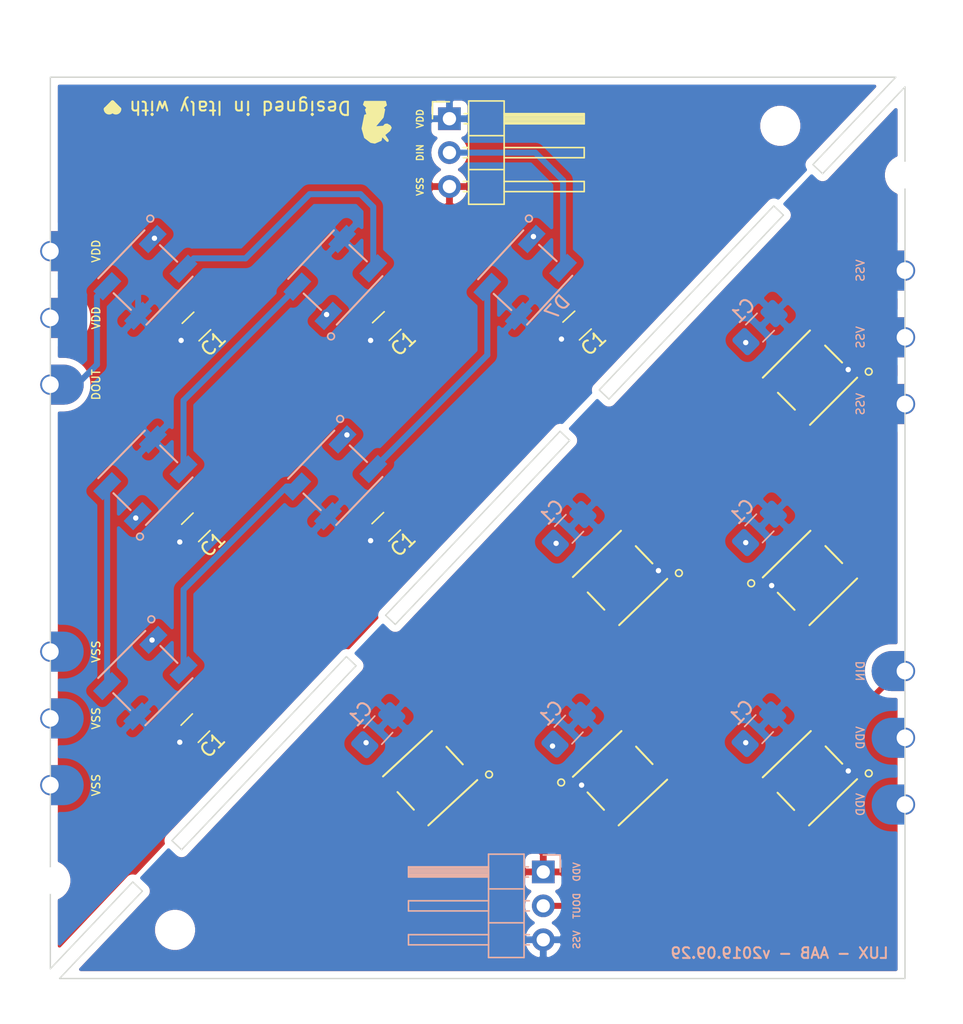
<source format=kicad_pcb>
(kicad_pcb (version 20171130) (host pcbnew 5.1.4-e60b266~84~ubuntu18.04.1)
  (layers (0 F.Cu signal) (31 B.Cu signal) (34 B.Paste user) (35 F.Paste user) (36 B.SilkS user) (37 F.SilkS user) (38 B.Mask user) (39 F.Mask user) (44 Edge.Cuts user))
  (net 0 "")
  (net 1 VDD)
  (net 2 VSS)
  (net 3 "Net-(D1-Pad4)")
  (net 4 DIN)
  (net 5 DOUT)
  (net 6 "Net-(D2-Pad4)")
  (net 7 "Net-(D3-Pad4)")
  (net 8 "Net-(D4-Pad4)")
  (net 9 "Net-(D5-Pad4)")
  (net 10 "Net-(D7-Pad4)")
  (net 11 DIN2)
  (net 12 "Net-(D8-Pad4)")
  (net 13 "Net-(D10-Pad2)")
  (net 14 "Net-(D10-Pad4)")
  (net 15 "Net-(D11-Pad4)")
  (net 16 DOUT2)
  (module Connector_PinHeader_2.54mm:PinHeader_1x03_P2.54mm_Horizontal (layer F.Cu) (at 79.905835 85.593468)
    (fp_text reference REF** hide)
    (fp_text value PinHeader_1x03_P2.54mm_Horizontal)
    (fp_line (start -1.27 -1.27) (end 0 -1.27) (layer F.SilkS) (width 0.12))
    (fp_line (start -1.27 0) (end -1.27 -1.27) (layer F.SilkS) (width 0.12))
    (fp_line (start 1.042929 5.46) (end 1.44 5.46) (layer F.SilkS) (width 0.12))
    (fp_line (start 1.042929 4.7) (end 1.44 4.7) (layer F.SilkS) (width 0.12))
    (fp_line (start 10.1 5.46) (end 4.1 5.46) (layer F.SilkS) (width 0.12))
    (fp_line (start 10.1 4.7) (end 10.1 5.46) (layer F.SilkS) (width 0.12))
    (fp_line (start 4.1 4.7) (end 10.1 4.7) (layer F.SilkS) (width 0.12))
    (fp_line (start 1.44 3.81) (end 4.1 3.81) (layer F.SilkS) (width 0.12))
    (fp_line (start 1.042929 2.92) (end 1.44 2.92) (layer F.SilkS) (width 0.12))
    (fp_line (start 1.042929 2.16) (end 1.44 2.16) (layer F.SilkS) (width 0.12))
    (fp_line (start 10.1 2.92) (end 4.1 2.92) (layer F.SilkS) (width 0.12))
    (fp_line (start 10.1 2.16) (end 10.1 2.92) (layer F.SilkS) (width 0.12))
    (fp_line (start 4.1 2.16) (end 10.1 2.16) (layer F.SilkS) (width 0.12))
    (fp_line (start 1.44 1.27) (end 4.1 1.27) (layer F.SilkS) (width 0.12))
    (fp_line (start 1.11 0.38) (end 1.44 0.38) (layer F.SilkS) (width 0.12))
    (fp_line (start 1.11 -0.38) (end 1.44 -0.38) (layer F.SilkS) (width 0.12))
    (fp_line (start 4.1 0.28) (end 10.1 0.28) (layer F.SilkS) (width 0.12))
    (fp_line (start 4.1 0.16) (end 10.1 0.16) (layer F.SilkS) (width 0.12))
    (fp_line (start 4.1 0.04) (end 10.1 0.04) (layer F.SilkS) (width 0.12))
    (fp_line (start 4.1 -0.08) (end 10.1 -0.08) (layer F.SilkS) (width 0.12))
    (fp_line (start 4.1 -0.2) (end 10.1 -0.2) (layer F.SilkS) (width 0.12))
    (fp_line (start 4.1 -0.32) (end 10.1 -0.32) (layer F.SilkS) (width 0.12))
    (fp_line (start 10.1 0.38) (end 4.1 0.38) (layer F.SilkS) (width 0.12))
    (fp_line (start 10.1 -0.38) (end 10.1 0.38) (layer F.SilkS) (width 0.12))
    (fp_line (start 4.1 -0.38) (end 10.1 -0.38) (layer F.SilkS) (width 0.12))
    (fp_line (start 4.1 -1.33) (end 1.44 -1.33) (layer F.SilkS) (width 0.12))
    (fp_line (start 4.1 6.41) (end 4.1 -1.33) (layer F.SilkS) (width 0.12))
    (fp_line (start 1.44 6.41) (end 4.1 6.41) (layer F.SilkS) (width 0.12))
    (fp_line (start 1.44 -1.33) (end 1.44 6.41) (layer F.SilkS) (width 0.12))
    (pad 3 thru_hole oval (at 0 5.08) (size 1.7 1.7) (drill 1) (layers *.Cu *.Mask) (net 2 VSS))
    (pad 2 thru_hole oval (at 0 2.54) (size 1.7 1.7) (drill 1) (layers *.Cu *.Mask) (net 11 DIN2))
    (pad 1 thru_hole rect (at 0 0) (size 1.7 1.7) (drill 1) (layers *.Cu *.Mask) (net 1 VDD))
  )
  (module Connector_PinHeader_2.54mm:PinHeader_1x03_P2.54mm_Horizontal (layer B.Cu) (at 86.937064 142.016532 180)
    (fp_text reference REF** hide)
    (fp_text value PinHeader_1x03_P2.54mm_Horizontal hide)
    (fp_line (start -1.27 1.27) (end 0 1.27) (layer B.SilkS) (width 0.12))
    (fp_line (start -1.27 0) (end -1.27 1.27) (layer B.SilkS) (width 0.12))
    (fp_line (start 1.042929 -5.46) (end 1.44 -5.46) (layer B.SilkS) (width 0.12))
    (fp_line (start 1.042929 -4.7) (end 1.44 -4.7) (layer B.SilkS) (width 0.12))
    (fp_line (start 10.1 -5.46) (end 4.1 -5.46) (layer B.SilkS) (width 0.12))
    (fp_line (start 10.1 -4.7) (end 10.1 -5.46) (layer B.SilkS) (width 0.12))
    (fp_line (start 4.1 -4.7) (end 10.1 -4.7) (layer B.SilkS) (width 0.12))
    (fp_line (start 1.44 -3.81) (end 4.1 -3.81) (layer B.SilkS) (width 0.12))
    (fp_line (start 1.042929 -2.92) (end 1.44 -2.92) (layer B.SilkS) (width 0.12))
    (fp_line (start 1.042929 -2.16) (end 1.44 -2.16) (layer B.SilkS) (width 0.12))
    (fp_line (start 10.1 -2.92) (end 4.1 -2.92) (layer B.SilkS) (width 0.12))
    (fp_line (start 10.1 -2.16) (end 10.1 -2.92) (layer B.SilkS) (width 0.12))
    (fp_line (start 4.1 -2.16) (end 10.1 -2.16) (layer B.SilkS) (width 0.12))
    (fp_line (start 1.44 -1.27) (end 4.1 -1.27) (layer B.SilkS) (width 0.12))
    (fp_line (start 1.11 -0.38) (end 1.44 -0.38) (layer B.SilkS) (width 0.12))
    (fp_line (start 1.11 0.38) (end 1.44 0.38) (layer B.SilkS) (width 0.12))
    (fp_line (start 4.1 -0.28) (end 10.1 -0.28) (layer B.SilkS) (width 0.12))
    (fp_line (start 4.1 -0.16) (end 10.1 -0.16) (layer B.SilkS) (width 0.12))
    (fp_line (start 4.1 -0.04) (end 10.1 -0.04) (layer B.SilkS) (width 0.12))
    (fp_line (start 4.1 0.08) (end 10.1 0.08) (layer B.SilkS) (width 0.12))
    (fp_line (start 4.1 0.2) (end 10.1 0.2) (layer B.SilkS) (width 0.12))
    (fp_line (start 4.1 0.32) (end 10.1 0.32) (layer B.SilkS) (width 0.12))
    (fp_line (start 10.1 -0.38) (end 4.1 -0.38) (layer B.SilkS) (width 0.12))
    (fp_line (start 10.1 0.38) (end 10.1 -0.38) (layer B.SilkS) (width 0.12))
    (fp_line (start 4.1 0.38) (end 10.1 0.38) (layer B.SilkS) (width 0.12))
    (fp_line (start 4.1 1.33) (end 1.44 1.33) (layer B.SilkS) (width 0.12))
    (fp_line (start 4.1 -6.41) (end 4.1 1.33) (layer B.SilkS) (width 0.12))
    (fp_line (start 1.44 -6.41) (end 4.1 -6.41) (layer B.SilkS) (width 0.12))
    (fp_line (start 1.44 1.33) (end 1.44 -6.41) (layer B.SilkS) (width 0.12))
    (pad 3 thru_hole oval (at 0 -5.08 180) (size 1.7 1.7) (drill 1) (layers *.Cu *.Mask) (net 2 VSS))
    (pad 2 thru_hole oval (at 0 -2.54 180) (size 1.7 1.7) (drill 1) (layers *.Cu *.Mask) (net 5 DOUT))
    (pad 1 thru_hole rect (at 0 0 180) (size 1.7 1.7) (drill 1) (layers *.Cu *.Mask) (net 1 VDD))
  )
  (module "Dex Github - leds:SK6812_BIG_PAD" (layer F.Cu) (at 106.918458 134.996051 223.9)
    (fp_text reference D1 hide)
    (fp_text value SK6812)
    (fp_circle (center -3.429 -2.794) (end -3.175 -2.794) (layer F.SilkS) (width 0.12))
    (fp_line (start -2.5 -0.9) (end -2.5 0.9) (layer F.SilkS) (width 0.15))
    (fp_line (start 2.5 0.9) (end 2.5 -0.9) (layer F.SilkS) (width 0.15))
    (fp_line (start -2.5 -2.5) (end 2.5 -2.5) (layer F.SilkS) (width 0.15))
    (fp_line (start -2.5 2.5) (end 2.5 2.5) (layer F.SilkS) (width 0.15))
    (pad 3 smd rect (at 2.45 1.6 223.9) (size 2 1) (layers F.Cu F.Paste F.Mask) (net 1 VDD))
    (pad 2 smd rect (at -2.45 1.6 223.9) (size 2 1) (layers F.Cu F.Paste F.Mask) (net 4 DIN))
    (pad 4 smd rect (at 2.45 -1.6 223.9) (size 2 1) (layers F.Cu F.Paste F.Mask) (net 3 "Net-(D1-Pad4)"))
    (pad 1 smd rect (at -2.45 -1.6 223.9) (size 2 1) (layers F.Cu F.Paste F.Mask) (net 2 VSS))
  )
  (module "Dex Github - leds:SK6812_BIG_PAD" (layer F.Cu) (at 92.689569 134.996051 43.3)
    (fp_text reference D2 hide)
    (fp_text value SK6812)
    (fp_circle (center -3.429 -2.794) (end -3.175 -2.794) (layer F.SilkS) (width 0.12))
    (fp_line (start -2.5 -0.9) (end -2.5 0.9) (layer F.SilkS) (width 0.15))
    (fp_line (start 2.5 0.9) (end 2.5 -0.9) (layer F.SilkS) (width 0.15))
    (fp_line (start -2.5 -2.5) (end 2.5 -2.5) (layer F.SilkS) (width 0.15))
    (fp_line (start -2.5 2.5) (end 2.5 2.5) (layer F.SilkS) (width 0.15))
    (pad 3 smd rect (at 2.45 1.6 43.3) (size 2 1) (layers F.Cu F.Paste F.Mask) (net 1 VDD))
    (pad 2 smd rect (at -2.45 1.6 43.3) (size 2 1) (layers F.Cu F.Paste F.Mask) (net 3 "Net-(D1-Pad4)"))
    (pad 4 smd rect (at 2.45 -1.6 43.3) (size 2 1) (layers F.Cu F.Paste F.Mask) (net 6 "Net-(D2-Pad4)"))
    (pad 1 smd rect (at -2.45 -1.6 43.3) (size 2 1) (layers F.Cu F.Paste F.Mask) (net 2 VSS))
  )
  (module "Dex Github - leds:SK6812_BIG_PAD" (layer F.Cu) (at 78.460681 134.996051 222.8)
    (fp_text reference D6 hide)
    (fp_text value SK6812)
    (fp_circle (center -3.429 -2.794) (end -3.175 -2.794) (layer F.SilkS) (width 0.12))
    (fp_line (start -2.5 -0.9) (end -2.5 0.9) (layer F.SilkS) (width 0.15))
    (fp_line (start 2.5 0.9) (end 2.5 -0.9) (layer F.SilkS) (width 0.15))
    (fp_line (start -2.5 -2.5) (end 2.5 -2.5) (layer F.SilkS) (width 0.15))
    (fp_line (start -2.5 2.5) (end 2.5 2.5) (layer F.SilkS) (width 0.15))
    (pad 3 smd rect (at 2.45 1.6 222.8) (size 2 1) (layers F.Cu F.Paste F.Mask) (net 1 VDD))
    (pad 2 smd rect (at -2.45 1.6 222.8) (size 2 1) (layers F.Cu F.Paste F.Mask) (net 9 "Net-(D5-Pad4)"))
    (pad 4 smd rect (at 2.45 -1.6 222.8) (size 2 1) (layers F.Cu F.Paste F.Mask) (net 5 DOUT))
    (pad 1 smd rect (at -2.45 -1.6 222.8) (size 2 1) (layers F.Cu F.Paste F.Mask) (net 2 VSS))
  )
  (module "Dex Github - leds:SK6812_BIG_PAD" (layer B.Cu) (at 57.121702 112.490127 45.6)
    (fp_text reference D10 hide)
    (fp_text value SK6812)
    (fp_circle (center -3.429 2.794) (end -3.175 2.794) (layer B.SilkS) (width 0.12))
    (fp_line (start -2.5 0.9) (end -2.5 -0.9) (layer B.SilkS) (width 0.15))
    (fp_line (start 2.5 -0.9) (end 2.5 0.9) (layer B.SilkS) (width 0.15))
    (fp_line (start -2.5 2.5) (end 2.5 2.5) (layer B.SilkS) (width 0.15))
    (fp_line (start -2.5 -2.5) (end 2.5 -2.5) (layer B.SilkS) (width 0.15))
    (pad 3 smd rect (at 2.45 -1.6 45.6) (size 2 1) (layers B.Cu B.Paste B.Mask) (net 1 VDD))
    (pad 2 smd rect (at -2.45 -1.6 45.6) (size 2 1) (layers B.Cu B.Paste B.Mask) (net 13 "Net-(D10-Pad2)"))
    (pad 4 smd rect (at 2.45 1.6 45.6) (size 2 1) (layers B.Cu B.Paste B.Mask) (net 14 "Net-(D10-Pad4)"))
    (pad 1 smd rect (at -2.45 1.6 45.6) (size 2 1) (layers B.Cu B.Paste B.Mask) (net 2 VSS))
  )
  (module "Dex Github - leds:SK6812_BIG_PAD" (layer B.Cu) (at 71.353494 97.486178 46.7)
    (fp_text reference D11 hide)
    (fp_text value SK6812)
    (fp_circle (center -3.429 2.794) (end -3.175 2.794) (layer B.SilkS) (width 0.12))
    (fp_line (start -2.5 0.9) (end -2.5 -0.9) (layer B.SilkS) (width 0.15))
    (fp_line (start 2.5 -0.9) (end 2.5 0.9) (layer B.SilkS) (width 0.15))
    (fp_line (start -2.5 2.5) (end 2.5 2.5) (layer B.SilkS) (width 0.15))
    (fp_line (start -2.5 -2.5) (end 2.5 -2.5) (layer B.SilkS) (width 0.15))
    (pad 3 smd rect (at 2.45 -1.6 46.7) (size 2 1) (layers B.Cu B.Paste B.Mask) (net 1 VDD))
    (pad 2 smd rect (at -2.45 -1.6 46.7) (size 2 1) (layers B.Cu B.Paste B.Mask) (net 14 "Net-(D10-Pad4)"))
    (pad 4 smd rect (at 2.45 1.6 46.7) (size 2 1) (layers B.Cu B.Paste B.Mask) (net 15 "Net-(D11-Pad4)"))
    (pad 1 smd rect (at -2.45 1.6 46.7) (size 2 1) (layers B.Cu B.Paste B.Mask) (net 2 VSS))
  )
  (module "Dex Github - leds:SK6812_BIG_PAD" (layer B.Cu) (at 57.118799 127.494077 225)
    (fp_text reference D9 hide)
    (fp_text value SK6812)
    (fp_circle (center -3.429 2.794) (end -3.175 2.794) (layer B.SilkS) (width 0.12))
    (fp_line (start -2.5 0.9) (end -2.5 -0.9) (layer B.SilkS) (width 0.15))
    (fp_line (start 2.5 -0.9) (end 2.5 0.9) (layer B.SilkS) (width 0.15))
    (fp_line (start -2.5 2.5) (end 2.5 2.5) (layer B.SilkS) (width 0.15))
    (fp_line (start -2.5 -2.5) (end 2.5 -2.5) (layer B.SilkS) (width 0.15))
    (pad 3 smd rect (at 2.45 -1.6 225) (size 2 1) (layers B.Cu B.Paste B.Mask) (net 1 VDD))
    (pad 2 smd rect (at -2.45 -1.6 225) (size 2 1) (layers B.Cu B.Paste B.Mask) (net 12 "Net-(D8-Pad4)"))
    (pad 4 smd rect (at 2.45 1.6 225) (size 2 1) (layers B.Cu B.Paste B.Mask) (net 13 "Net-(D10-Pad2)"))
    (pad 1 smd rect (at -2.45 1.6 225) (size 2 1) (layers B.Cu B.Paste B.Mask) (net 2 VSS))
  )
  (module "Dex Github - leds:SK6812_BIG_PAD" (layer B.Cu) (at 71.350591 112.490127 226.1)
    (fp_text reference D8 hide)
    (fp_text value SK6812)
    (fp_circle (center -3.429 2.794) (end -3.175 2.794) (layer B.SilkS) (width 0.12))
    (fp_line (start -2.5 0.9) (end -2.5 -0.9) (layer B.SilkS) (width 0.15))
    (fp_line (start 2.5 -0.9) (end 2.5 0.9) (layer B.SilkS) (width 0.15))
    (fp_line (start -2.5 2.5) (end 2.5 2.5) (layer B.SilkS) (width 0.15))
    (fp_line (start -2.5 -2.5) (end 2.5 -2.5) (layer B.SilkS) (width 0.15))
    (pad 3 smd rect (at 2.45 -1.6 226.1) (size 2 1) (layers B.Cu B.Paste B.Mask) (net 1 VDD))
    (pad 2 smd rect (at -2.45 -1.6 226.1) (size 2 1) (layers B.Cu B.Paste B.Mask) (net 10 "Net-(D7-Pad4)"))
    (pad 4 smd rect (at 2.45 1.6 226.1) (size 2 1) (layers B.Cu B.Paste B.Mask) (net 12 "Net-(D8-Pad4)"))
    (pad 1 smd rect (at -2.45 1.6 226.1) (size 2 1) (layers B.Cu B.Paste B.Mask) (net 2 VSS))
  )
  (module "Dex Github - leds:SK6812_BIG_PAD" (layer B.Cu) (at 85.582383 97.486178 227.2)
    (fp_text reference D7 (at -0.000001 -3.3 47.2) (layer B.SilkS) (effects (justify mirror)))
    (fp_text value SK6812)
    (fp_circle (center -3.429 2.794) (end -3.175 2.794) (layer B.SilkS) (width 0.12))
    (fp_line (start -2.5 0.9) (end -2.5 -0.9) (layer B.SilkS) (width 0.15))
    (fp_line (start 2.5 -0.9) (end 2.5 0.9) (layer B.SilkS) (width 0.15))
    (fp_line (start -2.5 2.5) (end 2.5 2.5) (layer B.SilkS) (width 0.15))
    (fp_line (start -2.5 -2.5) (end 2.5 -2.5) (layer B.SilkS) (width 0.15))
    (pad 3 smd rect (at 2.45 -1.6 227.2) (size 2 1) (layers B.Cu B.Paste B.Mask) (net 1 VDD))
    (pad 2 smd rect (at -2.45 -1.6 227.2) (size 2 1) (layers B.Cu B.Paste B.Mask) (net 11 DIN2))
    (pad 4 smd rect (at 2.45 1.6 227.2) (size 2 1) (layers B.Cu B.Paste B.Mask) (net 10 "Net-(D7-Pad4)"))
    (pad 1 smd rect (at -2.45 1.6 227.2) (size 2 1) (layers B.Cu B.Paste B.Mask) (net 2 VSS))
  )
  (module "Dex Github - leds:SK6812_BIG_PAD" (layer F.Cu) (at 106.921362 119.992102 44.4)
    (fp_text reference D3 hide)
    (fp_text value SK6812)
    (fp_circle (center -3.429 -2.794) (end -3.175 -2.794) (layer F.SilkS) (width 0.12))
    (fp_line (start -2.5 -0.9) (end -2.5 0.9) (layer F.SilkS) (width 0.15))
    (fp_line (start 2.5 0.9) (end 2.5 -0.9) (layer F.SilkS) (width 0.15))
    (fp_line (start -2.5 -2.5) (end 2.5 -2.5) (layer F.SilkS) (width 0.15))
    (fp_line (start -2.5 2.5) (end 2.5 2.5) (layer F.SilkS) (width 0.15))
    (pad 3 smd rect (at 2.45 1.6 44.4) (size 2 1) (layers F.Cu F.Paste F.Mask) (net 1 VDD))
    (pad 2 smd rect (at -2.45 1.6 44.4) (size 2 1) (layers F.Cu F.Paste F.Mask) (net 6 "Net-(D2-Pad4)"))
    (pad 4 smd rect (at 2.45 -1.6 44.4) (size 2 1) (layers F.Cu F.Paste F.Mask) (net 7 "Net-(D3-Pad4)"))
    (pad 1 smd rect (at -2.45 -1.6 44.4) (size 2 1) (layers F.Cu F.Paste F.Mask) (net 2 VSS))
  )
  (module "Dex Github - leds:SK6812_BIG_PAD" (layer F.Cu) (at 106.924265 104.988153 225)
    (fp_text reference D4 hide)
    (fp_text value SK6812)
    (fp_circle (center -3.429 -2.794) (end -3.175 -2.794) (layer F.SilkS) (width 0.12))
    (fp_line (start -2.5 -0.9) (end -2.5 0.9) (layer F.SilkS) (width 0.15))
    (fp_line (start 2.5 0.9) (end 2.5 -0.9) (layer F.SilkS) (width 0.15))
    (fp_line (start -2.5 -2.5) (end 2.5 -2.5) (layer F.SilkS) (width 0.15))
    (fp_line (start -2.5 2.5) (end 2.5 2.5) (layer F.SilkS) (width 0.15))
    (pad 3 smd rect (at 2.45 1.6 225) (size 2 1) (layers F.Cu F.Paste F.Mask) (net 1 VDD))
    (pad 2 smd rect (at -2.45 1.6 225) (size 2 1) (layers F.Cu F.Paste F.Mask) (net 7 "Net-(D3-Pad4)"))
    (pad 4 smd rect (at 2.45 -1.6 225) (size 2 1) (layers F.Cu F.Paste F.Mask) (net 8 "Net-(D4-Pad4)"))
    (pad 1 smd rect (at -2.45 -1.6 225) (size 2 1) (layers F.Cu F.Paste F.Mask) (net 2 VSS))
  )
  (module "Dex Github - leds:SK6812_BIG_PAD" (layer F.Cu) (at 92.692473 119.992102 223.9)
    (fp_text reference D5 hide)
    (fp_text value SK6812)
    (fp_circle (center -3.429 -2.794) (end -3.175 -2.794) (layer F.SilkS) (width 0.12))
    (fp_line (start -2.5 -0.9) (end -2.5 0.9) (layer F.SilkS) (width 0.15))
    (fp_line (start 2.5 0.9) (end 2.5 -0.9) (layer F.SilkS) (width 0.15))
    (fp_line (start -2.5 -2.5) (end 2.5 -2.5) (layer F.SilkS) (width 0.15))
    (fp_line (start -2.5 2.5) (end 2.5 2.5) (layer F.SilkS) (width 0.15))
    (pad 3 smd rect (at 2.45 1.6 223.9) (size 2 1) (layers F.Cu F.Paste F.Mask) (net 1 VDD))
    (pad 2 smd rect (at -2.45 1.6 223.9) (size 2 1) (layers F.Cu F.Paste F.Mask) (net 8 "Net-(D4-Pad4)"))
    (pad 4 smd rect (at 2.45 -1.6 223.9) (size 2 1) (layers F.Cu F.Paste F.Mask) (net 9 "Net-(D5-Pad4)"))
    (pad 1 smd rect (at -2.45 -1.6 223.9) (size 2 1) (layers F.Cu F.Paste F.Mask) (net 2 VSS))
  )
  (module "Dex Github - leds:SK6812_BIG_PAD" (layer B.Cu) (at 57.124605 97.486178 226.1)
    (fp_text reference D12 hide)
    (fp_text value SK6812)
    (fp_circle (center -3.429 2.794) (end -3.175 2.794) (layer B.SilkS) (width 0.12))
    (fp_line (start -2.5 0.9) (end -2.5 -0.9) (layer B.SilkS) (width 0.15))
    (fp_line (start 2.5 -0.9) (end 2.5 0.9) (layer B.SilkS) (width 0.15))
    (fp_line (start -2.5 2.5) (end 2.5 2.5) (layer B.SilkS) (width 0.15))
    (fp_line (start -2.5 -2.5) (end 2.5 -2.5) (layer B.SilkS) (width 0.15))
    (pad 3 smd rect (at 2.45 -1.6 226.1) (size 2 1) (layers B.Cu B.Paste B.Mask) (net 1 VDD))
    (pad 2 smd rect (at -2.45 -1.6 226.1) (size 2 1) (layers B.Cu B.Paste B.Mask) (net 15 "Net-(D11-Pad4)"))
    (pad 4 smd rect (at 2.45 1.6 226.1) (size 2 1) (layers B.Cu B.Paste B.Mask) (net 16 DOUT2))
    (pad 1 smd rect (at -2.45 1.6 226.1) (size 2 1) (layers B.Cu B.Paste B.Mask) (net 2 VSS))
  )
  (module "Dex Github - connectors:BridgeSolderPad_3xinline" (layer F.Cu) (at 114.043064 101.967657)
    (fp_text reference REF** hide)
    (fp_text value BridgeSolderPad_3xinline)
    (pad 3 thru_hole custom (at 0 5) (size 1.524 1.524) (drill 1.25) (layers *.Cu *.Mask) (net 2 VSS) (options (clearance outline) (anchor circle)) (primitives (gr_arc (start -1 0) (end -1 0.75) (angle 180) (width 1.5)) (gr_poly (pts (xy -1 -1.5) (xy 0 -1.5) (xy 0 -0.5) (xy -0.5 0) (xy -1 0)) (width 0)) (gr_poly (pts (xy -1 0) (xy -0.5 0) (xy 0 0.5) (xy 0 1.5) (xy -1 1.5)) (width 0))))
    (pad 1 thru_hole custom (at 0 -5) (size 1.524 1.524) (drill 1.25) (layers *.Cu *.Mask) (net 2 VSS) (options (clearance outline) (anchor circle)) (primitives (gr_arc (start -1 0) (end -1 0.75) (angle 180) (width 1.5)) (gr_poly (pts (xy -1 -1.5) (xy 0 -1.5) (xy 0 -0.5) (xy -0.5 0) (xy -1 0)) (width 0)) (gr_poly (pts (xy -1 0) (xy -0.5 0) (xy 0 0.5) (xy 0 1.5) (xy -1 1.5)) (width 0))))
    (pad 2 thru_hole custom (at 0 0) (size 1.524 1.524) (drill 1.25) (layers *.Cu *.Mask) (net 2 VSS) (options (clearance outline) (anchor circle)) (primitives (gr_arc (start -1 0) (end -1 0.75) (angle 180) (width 1.5)) (gr_poly (pts (xy -1 -1.5) (xy 0 -1.5) (xy 0 -0.5) (xy -0.5 0) (xy -1 0)) (width 0)) (gr_poly (pts (xy -1 0) (xy -0.5 0) (xy 0 0.5) (xy 0 1.5) (xy -1 1.5)) (width 0))))
  )
  (module "Dex Github - connectors:BridgeSolderPad_3xinline" (layer F.Cu) (at 114.041108 131.967657)
    (fp_text reference REF** hide)
    (fp_text value BridgeSolderPad_3xinline)
    (pad 3 thru_hole custom (at 0 5) (size 1.524 1.524) (drill 1.25) (layers *.Cu *.Mask) (net 1 VDD) (options (clearance outline) (anchor circle)) (primitives (gr_arc (start -1 0) (end -1 0.75) (angle 180) (width 1.5)) (gr_poly (pts (xy -1 -1.5) (xy 0 -1.5) (xy 0 -0.5) (xy -0.5 0) (xy -1 0)) (width 0)) (gr_poly (pts (xy -1 0) (xy -0.5 0) (xy 0 0.5) (xy 0 1.5) (xy -1 1.5)) (width 0))))
    (pad 1 thru_hole custom (at 0 -5) (size 1.524 1.524) (drill 1.25) (layers *.Cu *.Mask) (net 4 DIN) (options (clearance outline) (anchor circle)) (primitives (gr_arc (start -1 0) (end -1 0.75) (angle 180) (width 1.5)) (gr_poly (pts (xy -1 -1.5) (xy 0 -1.5) (xy 0 -0.5) (xy -0.5 0) (xy -1 0)) (width 0)) (gr_poly (pts (xy -1 0) (xy -0.5 0) (xy 0 0.5) (xy 0 1.5) (xy -1 1.5)) (width 0))))
    (pad 2 thru_hole custom (at 0 0) (size 1.524 1.524) (drill 1.25) (layers *.Cu *.Mask) (net 1 VDD) (options (clearance outline) (anchor circle)) (primitives (gr_arc (start -1 0) (end -1 0.75) (angle 180) (width 1.5)) (gr_poly (pts (xy -1 -1.5) (xy 0 -1.5) (xy 0 -0.5) (xy -0.5 0) (xy -1 0)) (width 0)) (gr_poly (pts (xy -1 0) (xy -0.5 0) (xy 0 0.5) (xy 0 1.5) (xy -1 1.5)) (width 0))))
  )
  (module "Dex Github - connectors:BridgeSolderPad_3xinline" (layer F.Cu) (at 50 130.514572 180)
    (fp_text reference REF** hide)
    (fp_text value BridgeSolderPad_3xinline)
    (pad 3 thru_hole custom (at 0 5 180) (size 1.524 1.524) (drill 1.25) (layers *.Cu *.Mask) (net 2 VSS) (options (clearance outline) (anchor circle)) (primitives (gr_arc (start -1 0) (end -1 0.75) (angle 180) (width 1.5)) (gr_poly (pts (xy -1 -1.5) (xy 0 -1.5) (xy 0 -0.5) (xy -0.5 0) (xy -1 0)) (width 0)) (gr_poly (pts (xy -1 0) (xy -0.5 0) (xy 0 0.5) (xy 0 1.5) (xy -1 1.5)) (width 0))))
    (pad 1 thru_hole custom (at 0 -5 180) (size 1.524 1.524) (drill 1.25) (layers *.Cu *.Mask) (net 2 VSS) (options (clearance outline) (anchor circle)) (primitives (gr_arc (start -1 0) (end -1 0.75) (angle 180) (width 1.5)) (gr_poly (pts (xy -1 -1.5) (xy 0 -1.5) (xy 0 -0.5) (xy -0.5 0) (xy -1 0)) (width 0)) (gr_poly (pts (xy -1 0) (xy -0.5 0) (xy 0 0.5) (xy 0 1.5) (xy -1 1.5)) (width 0))))
    (pad 2 thru_hole custom (at 0 0 180) (size 1.524 1.524) (drill 1.25) (layers *.Cu *.Mask) (net 2 VSS) (options (clearance outline) (anchor circle)) (primitives (gr_arc (start -1 0) (end -1 0.75) (angle 180) (width 1.5)) (gr_poly (pts (xy -1 -1.5) (xy 0 -1.5) (xy 0 -0.5) (xy -0.5 0) (xy -1 0)) (width 0)) (gr_poly (pts (xy -1 0) (xy -0.5 0) (xy 0 0.5) (xy 0 1.5) (xy -1 1.5)) (width 0))))
  )
  (module "Dex Github - connectors:BridgeSolderPad_3xinline" (layer F.Cu) (at 50.001956 100.514572 180)
    (fp_text reference REF** hide)
    (fp_text value BridgeSolderPad_3xinline)
    (pad 3 thru_hole custom (at 0 5 180) (size 1.524 1.524) (drill 1.25) (layers *.Cu *.Mask) (net 1 VDD) (options (clearance outline) (anchor circle)) (primitives (gr_arc (start -1 0) (end -1 0.75) (angle 180) (width 1.5)) (gr_poly (pts (xy -1 -1.5) (xy 0 -1.5) (xy 0 -0.5) (xy -0.5 0) (xy -1 0)) (width 0)) (gr_poly (pts (xy -1 0) (xy -0.5 0) (xy 0 0.5) (xy 0 1.5) (xy -1 1.5)) (width 0))))
    (pad 1 thru_hole custom (at 0 -5 180) (size 1.524 1.524) (drill 1.25) (layers *.Cu *.Mask) (net 16 DOUT2) (options (clearance outline) (anchor circle)) (primitives (gr_arc (start -1 0) (end -1 0.75) (angle 180) (width 1.5)) (gr_poly (pts (xy -1 -1.5) (xy 0 -1.5) (xy 0 -0.5) (xy -0.5 0) (xy -1 0)) (width 0)) (gr_poly (pts (xy -1 0) (xy -0.5 0) (xy 0 0.5) (xy 0 1.5) (xy -1 1.5)) (width 0))))
    (pad 2 thru_hole custom (at 0 0 180) (size 1.524 1.524) (drill 1.25) (layers *.Cu *.Mask) (net 1 VDD) (options (clearance outline) (anchor circle)) (primitives (gr_arc (start -1 0) (end -1 0.75) (angle 180) (width 1.5)) (gr_poly (pts (xy -1 -1.5) (xy 0 -1.5) (xy 0 -0.5) (xy -0.5 0) (xy -1 0)) (width 0)) (gr_poly (pts (xy -1 0) (xy -0.5 0) (xy 0 0.5) (xy 0 1.5) (xy -1 1.5)) (width 0))))
  )
  (module MountingHole:MountingHole_2mm (layer F.Cu) (at 114.043064 89.818771)
    (fp_text reference REF** hide)
    (fp_text value MountingHole_2mm)
    (pad "" np_thru_hole circle (at 0 0) (size 2 2) (drill 2) (layers *.Cu *.Mask))
  )
  (module MountingHole:MountingHole_2mm (layer F.Cu) (at 50 142.663458)
    (fp_text reference REF** hide)
    (fp_text value MountingHole_2mm)
    (pad "" np_thru_hole circle (at 0 0) (size 2 2) (drill 2) (layers *.Cu *.Mask))
  )
  (module Capacitor_SMD:C_1206_3216Metric_Pad1.42x1.75mm_HandSolder (layer F.Cu) (at 60.865314 131.242893 225.0175924)
    (fp_text reference C1 (at 0 -1.82 45.0175924) (layer F.SilkS))
    (fp_text value 100nf)
    (fp_line (start -0.602064 0.91) (end 0.602064 0.91) (layer F.SilkS) (width 0.12))
    (fp_line (start -0.602064 -0.91) (end 0.602064 -0.91) (layer F.SilkS) (width 0.12))
    (pad 2 smd roundrect (at 1.4875 0 225.0175924) (size 1.425 1.75) (layers F.Cu F.Paste F.Mask) (roundrect_rratio 0.175439) (net 1 VDD))
    (pad 1 smd roundrect (at -1.4875 0 225.0175924) (size 1.425 1.75) (layers F.Cu F.Paste F.Mask) (roundrect_rratio 0.175439) (net 2 VSS))
  )
  (module Capacitor_SMD:C_1206_3216Metric_Pad1.42x1.75mm_HandSolder (layer F.Cu) (at 60.905587 116.201221 224.4435599)
    (fp_text reference C1 (at 0 -1.82 44.4435599) (layer F.SilkS))
    (fp_text value 100nf)
    (fp_line (start -0.602064 0.91) (end 0.602064 0.91) (layer F.SilkS) (width 0.12))
    (fp_line (start -0.602064 -0.91) (end 0.602064 -0.91) (layer F.SilkS) (width 0.12))
    (pad 2 smd roundrect (at 1.4875 0 224.4435599) (size 1.425 1.75) (layers F.Cu F.Paste F.Mask) (roundrect_rratio 0.175439) (net 1 VDD))
    (pad 1 smd roundrect (at -1.4875 0 224.4435599) (size 1.425 1.75) (layers F.Cu F.Paste F.Mask) (roundrect_rratio 0.175439) (net 2 VSS))
  )
  (module Capacitor_SMD:C_1206_3216Metric_Pad1.42x1.75mm_HandSolder (layer F.Cu) (at 75.168897 116.165796 223.9095792)
    (fp_text reference C1 (at 0 -1.82 223.9095792) (layer F.SilkS))
    (fp_text value 100nf)
    (fp_line (start -0.602064 0.91) (end 0.602064 0.91) (layer F.SilkS) (width 0.12))
    (fp_line (start -0.602064 -0.91) (end 0.602064 -0.91) (layer F.SilkS) (width 0.12))
    (pad 2 smd roundrect (at 1.4875 0 223.9095792) (size 1.425 1.75) (layers F.Cu F.Paste F.Mask) (roundrect_rratio 0.175439) (net 1 VDD))
    (pad 1 smd roundrect (at -1.4875 0 223.9095792) (size 1.425 1.75) (layers F.Cu F.Paste F.Mask) (roundrect_rratio 0.175439) (net 2 VSS))
  )
  (module Capacitor_SMD:C_1206_3216Metric_Pad1.42x1.75mm_HandSolder (layer F.Cu) (at 60.946217 101.158409 223.8580253)
    (fp_text reference C1 (at 0 -1.82 43.8580253) (layer F.SilkS))
    (fp_text value 100nf)
    (fp_line (start -0.602064 0.91) (end 0.602064 0.91) (layer F.SilkS) (width 0.12))
    (fp_line (start -0.602064 -0.91) (end 0.602064 -0.91) (layer F.SilkS) (width 0.12))
    (pad 2 smd roundrect (at 1.4875 0 223.8580253) (size 1.425 1.75) (layers F.Cu F.Paste F.Mask) (roundrect_rratio 0.175439) (net 1 VDD))
    (pad 1 smd roundrect (at -1.4875 0 223.8580253) (size 1.425 1.75) (layers F.Cu F.Paste F.Mask) (roundrect_rratio 0.175439) (net 2 VSS))
  )
  (module Capacitor_SMD:C_1206_3216Metric_Pad1.42x1.75mm_HandSolder (layer F.Cu) (at 75.206521 101.125437 223.3244717)
    (fp_text reference C1 (at 0 -1.82 43.3244717) (layer F.SilkS))
    (fp_text value 100nf)
    (fp_line (start -0.602064 0.91) (end 0.602064 0.91) (layer F.SilkS) (width 0.12))
    (fp_line (start -0.602064 -0.91) (end 0.602064 -0.91) (layer F.SilkS) (width 0.12))
    (pad 2 smd roundrect (at 1.4875 0 223.3244717) (size 1.425 1.75) (layers F.Cu F.Paste F.Mask) (roundrect_rratio 0.175439) (net 1 VDD))
    (pad 1 smd roundrect (at -1.4875 0 223.3244717) (size 1.425 1.75) (layers F.Cu F.Paste F.Mask) (roundrect_rratio 0.175439) (net 2 VSS))
  )
  (module Capacitor_SMD:C_1206_3216Metric_Pad1.42x1.75mm_HandSolder (layer F.Cu) (at 89.471073 101.087302 222.8)
    (fp_text reference C1 (at 0 -1.82 42.8) (layer F.SilkS))
    (fp_text value 100nf)
    (fp_line (start -0.602064 0.91) (end 0.602064 0.91) (layer F.SilkS) (width 0.12))
    (fp_line (start -0.602064 -0.91) (end 0.602064 -0.91) (layer F.SilkS) (width 0.12))
    (pad 2 smd roundrect (at 1.4875 0 222.8) (size 1.425 1.75) (layers F.Cu F.Paste F.Mask) (roundrect_rratio 0.175439) (net 1 VDD))
    (pad 1 smd roundrect (at -1.4875 0 222.8) (size 1.425 1.75) (layers F.Cu F.Paste F.Mask) (roundrect_rratio 0.175439) (net 2 VSS))
  )
  (module MountingHole:MountingHole_2mm (layer F.Cu) (at 104.698345 86.124387)
    (fp_text reference REF** hide)
    (fp_text value MountingHole_2mm)
    (pad "" np_thru_hole circle (at 0 0) (size 2 2) (drill 2) (layers *.Cu *.Mask))
  )
  (module Capacitor_SMD:C_1206_3216Metric_Pad1.42x1.75mm_HandSolder (layer B.Cu) (at 103.17775 101.239336 225)
    (fp_text reference C1 (at 0 1.82 45) (layer B.SilkS) (effects (justify mirror)))
    (fp_text value 100nf)
    (fp_line (start -0.602064 -0.91) (end 0.602064 -0.91) (layer B.SilkS) (width 0.12))
    (fp_line (start -0.602064 0.91) (end 0.602064 0.91) (layer B.SilkS) (width 0.12))
    (pad 2 smd roundrect (at 1.4875 0 225) (size 1.425 1.75) (layers B.Cu B.Paste B.Mask) (roundrect_rratio 0.175439) (net 1 VDD))
    (pad 1 smd roundrect (at -1.4875 0 225) (size 1.425 1.75) (layers B.Cu B.Paste B.Mask) (roundrect_rratio 0.175439) (net 2 VSS))
  )
  (module Capacitor_SMD:C_1206_3216Metric_Pad1.42x1.75mm_HandSolder (layer B.Cu) (at 103.137477 116.281009 225.6)
    (fp_text reference C1 (at 0 1.82 45.6) (layer B.SilkS) (effects (justify mirror)))
    (fp_text value 100nf)
    (fp_line (start -0.602064 -0.91) (end 0.602064 -0.91) (layer B.SilkS) (width 0.12))
    (fp_line (start -0.602064 0.91) (end 0.602064 0.91) (layer B.SilkS) (width 0.12))
    (pad 2 smd roundrect (at 1.4875 0 225.6) (size 1.425 1.75) (layers B.Cu B.Paste B.Mask) (roundrect_rratio 0.175439) (net 1 VDD))
    (pad 1 smd roundrect (at -1.4875 0 225.6) (size 1.425 1.75) (layers B.Cu B.Paste B.Mask) (roundrect_rratio 0.175439) (net 2 VSS))
  )
  (module Capacitor_SMD:C_1206_3216Metric_Pad1.42x1.75mm_HandSolder (layer B.Cu) (at 88.874166 116.316434 226.1)
    (fp_text reference C1 (at 0 1.82 226.1) (layer B.SilkS) (effects (justify mirror)))
    (fp_text value 100nf)
    (fp_line (start -0.602064 -0.91) (end 0.602064 -0.91) (layer B.SilkS) (width 0.12))
    (fp_line (start -0.602064 0.91) (end 0.602064 0.91) (layer B.SilkS) (width 0.12))
    (pad 2 smd roundrect (at 1.4875 0 226.1) (size 1.425 1.75) (layers B.Cu B.Paste B.Mask) (roundrect_rratio 0.175439) (net 1 VDD))
    (pad 1 smd roundrect (at -1.4875 0 226.1) (size 1.425 1.75) (layers B.Cu B.Paste B.Mask) (roundrect_rratio 0.175439) (net 2 VSS))
  )
  (module Capacitor_SMD:C_1206_3216Metric_Pad1.42x1.75mm_HandSolder (layer B.Cu) (at 103.096846 131.32382 226.1)
    (fp_text reference C1 (at 0 1.82 226.1) (layer B.SilkS) (effects (justify mirror)))
    (fp_text value 100nf)
    (fp_line (start -0.602064 -0.91) (end 0.602064 -0.91) (layer B.SilkS) (width 0.12))
    (fp_line (start -0.602064 0.91) (end 0.602064 0.91) (layer B.SilkS) (width 0.12))
    (pad 2 smd roundrect (at 1.4875 0 226.1) (size 1.425 1.75) (layers B.Cu B.Paste B.Mask) (roundrect_rratio 0.175439) (net 1 VDD))
    (pad 1 smd roundrect (at -1.4875 0 226.1) (size 1.425 1.75) (layers B.Cu B.Paste B.Mask) (roundrect_rratio 0.175439) (net 2 VSS))
  )
  (module Capacitor_SMD:C_1206_3216Metric_Pad1.42x1.75mm_HandSolder (layer B.Cu) (at 88.836543 131.356793 226.7)
    (fp_text reference C1 (at 0 1.819999 46.7) (layer B.SilkS) (effects (justify mirror)))
    (fp_text value 100nf)
    (fp_line (start -0.602064 -0.91) (end 0.602064 -0.91) (layer B.SilkS) (width 0.12))
    (fp_line (start -0.602064 0.91) (end 0.602064 0.91) (layer B.SilkS) (width 0.12))
    (pad 2 smd roundrect (at 1.4875 0 226.7) (size 1.425 1.75) (layers B.Cu B.Paste B.Mask) (roundrect_rratio 0.175439) (net 1 VDD))
    (pad 1 smd roundrect (at -1.4875 0 226.7) (size 1.425 1.75) (layers B.Cu B.Paste B.Mask) (roundrect_rratio 0.175439) (net 2 VSS))
  )
  (module Capacitor_SMD:C_1206_3216Metric_Pad1.42x1.75mm_HandSolder (layer B.Cu) (at 74.571991 131.394928 227.2)
    (fp_text reference C1 (at 0 1.82 47.2) (layer B.SilkS) (effects (justify mirror)))
    (fp_text value 100nf)
    (fp_line (start -0.602064 -0.91) (end 0.602064 -0.91) (layer B.SilkS) (width 0.12))
    (fp_line (start -0.602064 0.91) (end 0.602064 0.91) (layer B.SilkS) (width 0.12))
    (pad 2 smd roundrect (at 1.4875 0 227.2) (size 1.425 1.75) (layers B.Cu B.Paste B.Mask) (roundrect_rratio 0.175439) (net 1 VDD))
    (pad 1 smd roundrect (at -1.4875 0 227.2) (size 1.425 1.75) (layers B.Cu B.Paste B.Mask) (roundrect_rratio 0.175439) (net 2 VSS))
  )
  (module MountingHole:MountingHole_2mm (layer F.Cu) (at 59.344719 146.357843)
    (fp_text reference REF** hide)
    (fp_text value MountingHole_2mm)
    (pad "" np_thru_hole circle (at 0 0) (size 2 2) (drill 2) (layers *.Cu *.Mask))
  )
  (gr_text "LUX - AAB - v2019.09.29" (at 104.645064 148.095) (layer B.SilkS) (effects (font (size 0.8 0.8)) (justify mirror)))
  (gr_text VSS (at 110.706 101.967657 90) (layer B.SilkS) (effects (font (size 0.6 0.6) (thickness 0.1)) (justify mirror)))
  (gr_text VSS (at 110.706 106.967657 90) (layer B.SilkS) (effects (font (size 0.6 0.6) (thickness 0.1)) (justify mirror)))
  (gr_text VDD (at 110.706 136.967657 90) (layer B.SilkS) (effects (font (size 0.6 0.6) (thickness 0.1)) (justify mirror)))
  (gr_text VSS (at 53.429 125.514572 90) (layer F.SilkS) (effects (font (size 0.6 0.6) (thickness 0.1))))
  (gr_text VSS (at 53.429 130.514572 90) (layer F.SilkS) (effects (font (size 0.6 0.6) (thickness 0.1))))
  (gr_text VDD (at 53.429 95.514572 90) (layer F.SilkS) (effects (font (size 0.6 0.6) (thickness 0.1))))
  (gr_text "Designed in Italy with" (at 64.224 84.768229 180) (layer F.SilkS) (effects (font (size 1 1))))
  (gr_arc (start 54.660535 84.874422) (end 54.914535 84.874422) (angle -180) (layer F.SilkS) (width 0.3))
  (gr_arc (start 54.914535 84.874422) (end 54.660535 84.874422) (angle -180) (layer F.SilkS) (width 0.3))
  (gr_arc (start 54.406535 84.874422) (end 54.152535 84.874422) (angle -180) (layer F.SilkS) (width 0.3))
  (gr_line (start 54.660535 84.366422) (end 54.152535 84.874422) (layer F.SilkS) (width 0.3))
  (gr_line (start 55.168535 84.874422) (end 54.660535 84.366422) (layer F.SilkS) (width 0.3))
  (gr_text VDD (at 77.707293 85.593468 90) (layer F.SilkS) (effects (font (size 0.5 0.5) (thickness 0.1))))
  (gr_text DIN (at 77.707293 88.133468 90) (layer F.SilkS) (effects (font (size 0.5 0.5) (thickness 0.1))))
  (gr_text VSS (at 77.707293 90.673468 90) (layer F.SilkS) (effects (font (size 0.5 0.5) (thickness 0.1))))
  (gr_text VSS (at 53.429 135.514572 90) (layer F.SilkS) (effects (font (size 0.6 0.6) (thickness 0.1))))
  (gr_text DOUT (at 53.429 105.514572 90) (layer F.SilkS) (effects (font (size 0.6 0.6) (thickness 0.1))))
  (gr_text VDD (at 53.429 100.514572 90) (layer F.SilkS) (effects (font (size 0.6 0.6) (thickness 0.1))))
  (gr_poly (pts (xy 75.105135 84.306934) (xy 73.558291 84.306934) (xy 73.477644 84.53631) (xy 73.737586 84.772082) (xy 73.627586 84.915693) (xy 73.737586 85.280997) (xy 73.566949 85.334751) (xy 73.369438 86.324034) (xy 73.56139 87.004999) (xy 74.022586 87.357287) (xy 74.314086 87.410226) (xy 74.774967 87.211935) (xy 74.831439 86.971934) (xy 74.884447 86.926934) (xy 75.244735 87.278538) (xy 75.300569 87.271935) (xy 75.301098 87.194843) (xy 75.038459 86.803612) (xy 75.422586 86.483344) (xy 75.530839 86.266047) (xy 75.453261 86.127924) (xy 75.238059 86.005404) (xy 75.082586 86.029904) (xy 74.961728 86.169134) (xy 74.31275 86.211934) (xy 74.927064 85.484) (xy 75.041393 84.898489) (xy 74.926539 84.767669) (xy 75.172652 84.575236)) (layer F.SilkS) (width 0.1))
  (gr_poly (pts (xy 56.17505 142.763375) (xy 50 149.273458) (xy 49.997748 142.663629) (xy 50 140.663632) (xy 50 82.482229) (xy 113.353912 82.482229) (xy 107.142484 89.030663) (xy 107.868013 89.718854) (xy 114.043064 83.208771) (xy 114.043064 89.068815) (xy 114.043064 92.568728) (xy 114.043064 150) (xy 50.689151 150) (xy 56.90058 143.451566)) (layer Edge.Cuts) (width 0.1))
  (gr_text VDD (at 110.706 131.967657 90) (layer B.SilkS) (effects (font (size 0.6 0.6) (thickness 0.1)) (justify mirror)))
  (gr_text DIN (at 110.706 126.967657 90) (layer B.SilkS) (effects (font (size 0.6 0.6) (thickness 0.1)) (justify mirror)))
  (gr_text VSS (at 110.706 96.967657 90) (layer B.SilkS) (effects (font (size 0.6 0.6) (thickness 0.1)) (justify mirror)))
  (gr_text VSS (at 89.445835 147.096532 90) (layer B.SilkS) (effects (font (size 0.5 0.5) (thickness 0.1)) (justify mirror)))
  (gr_text DOUT (at 89.445835 144.556532 90) (layer B.SilkS) (effects (font (size 0.5 0.5) (thickness 0.1)) (justify mirror)))
  (gr_text VDD (at 89.445835 142.016532 90) (layer B.SilkS) (effects (font (size 0.5 0.5) (thickness 0.1)) (justify mirror)))
  (gr_poly (pts (xy 104.932878 92.813238) (xy 104.207349 92.125046) (xy 91.131718 105.910106) (xy 91.857247 106.598297)) (layer Edge.Cuts) (width 0.1))
  (gr_poly (pts (xy 88.922112 109.69268) (xy 88.196583 109.004489) (xy 75.120952 122.789549) (xy 75.846481 123.47774)) (layer Edge.Cuts) (width 0.1))
  (gr_poly (pts (xy 72.911346 126.572123) (xy 72.185816 125.883932) (xy 59.110185 139.668992) (xy 59.835715 140.357183)) (layer Edge.Cuts) (width 0.1))
  (via (at 87.9 117.4) (size 0.8) (drill 0.4) (layers F.Cu B.Cu) (net 1))
  (via (at 59.8 102.2) (size 0.8) (drill 0.4) (layers F.Cu B.Cu) (net 1))
  (via (at 74 102.2) (size 0.8) (drill 0.4) (layers F.Cu B.Cu) (net 1))
  (via (at 88.3 102.1) (size 0.8) (drill 0.4) (layers F.Cu B.Cu) (net 1))
  (via (at 74 117.2) (size 0.8) (drill 0.4) (layers F.Cu B.Cu) (net 1))
  (via (at 59.7 132.3) (size 0.8) (drill 0.4) (layers F.Cu B.Cu) (net 1))
  (via (at 59.7 117.3) (size 0.8) (drill 0.4) (layers F.Cu B.Cu) (net 1))
  (via (at 102.108 102.362) (size 0.8) (drill 0.4) (layers F.Cu B.Cu) (net 1))
  (via (at 102.108 117.348) (size 0.8) (drill 0.4) (layers F.Cu B.Cu) (net 1))
  (via (at 102.108 132.334) (size 0.8) (drill 0.4) (layers F.Cu B.Cu) (net 1))
  (via (at 87.63 132.588) (size 0.8) (drill 0.4) (layers F.Cu B.Cu) (net 1))
  (via (at 73.66 132.334) (size 0.8) (drill 0.4) (layers F.Cu B.Cu) (net 1))
  (segment (start 110.319435 119.60082) (end 110.319435 119.550565) (width 0.25) (layer F.Cu) (net 1))
  (segment (start 56.578652 96.934881) (end 54.826 95.182229) (width 0.45) (layer B.Cu) (net 1))
  (segment (start 56.578652 100.360971) (end 56.578652 96.934881) (width 0.45) (layer B.Cu) (net 1))
  (segment (start 50.47501 95.182229) (end 50.47501 95.514572) (width 0.45) (layer B.Cu) (net 1))
  (segment (start 54.826 95.182229) (end 50.47501 95.182229) (width 0.45) (layer B.Cu) (net 1))
  (segment (start 50.47501 99.533219) (end 50.47501 100.514572) (width 0.45) (layer B.Cu) (net 1))
  (segment (start 54.826 95.182229) (end 50.47501 99.533219) (width 0.45) (layer B.Cu) (net 1))
  (segment (start 113.568054 136.494603) (end 113.568054 136.967657) (width 0.45) (layer F.Cu) (net 1))
  (segment (start 113.039783 135.966332) (end 113.568054 136.494603) (width 0.45) (layer F.Cu) (net 1))
  (segment (start 104.043665 135.542004) (end 104.467993 135.966332) (width 0.45) (layer F.Cu) (net 1))
  (segment (start 104.467993 135.966332) (end 113.039783 135.966332) (width 0.45) (layer F.Cu) (net 1))
  (segment (start 51.942714 127.457286) (end 50.47501 125.989582) (width 0.45) (layer F.Cu) (net 2))
  (segment (start 51.942714 132.457286) (end 51.942714 127.457286) (width 0.45) (layer F.Cu) (net 2))
  (segment (start 51.942714 132.457286) (end 50.47501 130.989582) (width 0.45) (layer F.Cu) (net 2))
  (via (at 57.8 94.547229) (size 0.8) (drill 0.4) (layers F.Cu B.Cu) (net 2))
  (via (at 56.4 115.502229) (size 0.8) (drill 0.4) (layers F.Cu B.Cu) (net 2))
  (via (at 72.225 109.279229) (size 0.8) (drill 0.4) (layers F.Cu B.Cu) (net 2))
  (via (at 86.2 94.420229) (size 0.8) (drill 0.4) (layers F.Cu B.Cu) (net 2))
  (via (at 89.809216 135.51187) (size 0.8) (drill 0.4) (layers F.Cu B.Cu) (net 2))
  (via (at 109.793251 134.450098) (size 0.8) (drill 0.4) (layers F.Cu B.Cu) (net 2))
  (via (at 104.051443 120.563121) (size 0.8) (drill 0.4) (layers F.Cu B.Cu) (net 2))
  (via (at 95.567266 119.446149) (size 0.8) (drill 0.4) (layers F.Cu B.Cu) (net 2))
  (segment (start 110.998 100.012721) (end 113.568054 97.442667) (width 0.45) (layer B.Cu) (net 2))
  (segment (start 109.788047 104.387112) (end 113.568054 106.456054) (width 0.45) (layer B.Cu) (net 2))
  (via (at 109.788047 104.387112) (size 0.8) (drill 0.4) (layers F.Cu B.Cu) (net 2))
  (segment (start 113.568054 106.456054) (end 113.568054 106.492647) (width 0.45) (layer B.Cu) (net 2))
  (segment (start 109.788047 104.387112) (end 112.124721 103.886) (width 0.45) (layer B.Cu) (net 2))
  (segment (start 112.124721 103.886) (end 113.568054 102.442667) (width 0.45) (layer B.Cu) (net 2))
  (segment (start 109.788047 104.387112) (end 110.998 100.012721) (width 0.45) (layer B.Cu) (net 2))
  (via (at 70.7 100.262229) (size 0.8) (drill 0.4) (layers F.Cu B.Cu) (net 2))
  (segment (start 57.62 124.646229) (end 57.9 127.614572) (width 0.45) (layer F.Cu) (net 2))
  (segment (start 57.9 127.614572) (end 50.47501 135.039562) (width 0.45) (layer F.Cu) (net 2))
  (via (at 57.62 124.646229) (size 0.8) (drill 0.4) (layers F.Cu B.Cu) (net 2))
  (segment (start 57.62 124.646229) (end 57.9 128.5) (width 0.45) (layer F.Cu) (net 2))
  (segment (start 57.62 124.646229) (end 57.9 128.6) (width 0.45) (layer F.Cu) (net 2))
  (segment (start 52.585428 133.1) (end 51.942714 132.457286) (width 0.45) (layer F.Cu) (net 2))
  (segment (start 53.4 133.1) (end 52.585428 133.1) (width 0.45) (layer F.Cu) (net 2))
  (segment (start 57.9 128.6) (end 53.4 133.1) (width 0.45) (layer F.Cu) (net 2))
  (segment (start 92.01086 137.847767) (end 92.003835 137.840742) (width 0.45) (layer F.Cu) (net 3))
  (segment (start 106.262551 137.847767) (end 92.01086 137.847767) (width 0.45) (layer F.Cu) (net 3))
  (segment (start 112.046343 126.967657) (end 112.954107 126.967657) (width 0.25) (layer F.Cu) (net 4))
  (segment (start 113.568054 126.971728) (end 113.568054 126.967657) (width 0.45) (layer F.Cu) (net 4))
  (segment (start 107.574365 132.144335) (end 108.395447 132.144335) (width 0.45) (layer F.Cu) (net 4))
  (segment (start 108.395447 132.144335) (end 113.568054 126.971728) (width 0.45) (layer F.Cu) (net 4))
  (segment (start 89.895532 144.556532) (end 86.937064 144.556532) (width 0.45) (layer F.Cu) (net 5))
  (segment (start 91.183064 143.269) (end 89.895532 144.556532) (width 0.45) (layer F.Cu) (net 5))
  (segment (start 91.183064 139.84) (end 91.183064 143.269) (width 0.45) (layer F.Cu) (net 5))
  (segment (start 77.750149 137.83465) (end 78.174673 138.259174) (width 0.45) (layer F.Cu) (net 5))
  (segment (start 89.602238 138.259174) (end 91.183064 139.84) (width 0.45) (layer F.Cu) (net 5))
  (segment (start 78.174673 138.259174) (end 89.602238 138.259174) (width 0.45) (layer F.Cu) (net 5))
  (segment (start 101.446754 123.381934) (end 93.212893 131.615795) (width 0.45) (layer F.Cu) (net 6))
  (segment (start 106.464156 123.381934) (end 101.446754 123.381934) (width 0.45) (layer F.Cu) (net 6))
  (segment (start 107.42573 116.60227) (end 107.378568 116.60227) (width 0.25) (layer F.Cu) (net 7))
  (segment (start 107.525306 102.931478) (end 107.525306 102.124371) (width 0.45) (layer F.Cu) (net 7))
  (segment (start 107.808894 116.07842) (end 107.808894 103.215066) (width 0.45) (layer F.Cu) (net 7))
  (segment (start 107.808894 103.215066) (end 107.525306 102.931478) (width 0.45) (layer F.Cu) (net 7))
  (segment (start 107.552359 116.334955) (end 107.808894 116.07842) (width 0.45) (layer F.Cu) (net 7))
  (segment (start 107.552359 117.134771) (end 107.552359 116.334955) (width 0.45) (layer F.Cu) (net 7))
  (segment (start 102.636831 107.851935) (end 106.323224 107.851935) (width 0.45) (layer F.Cu) (net 8))
  (segment (start 93.34838 117.140386) (end 102.636831 107.851935) (width 0.45) (layer F.Cu) (net 8))
  (segment (start 82.722932 132.157452) (end 79.171213 132.157452) (width 0.45) (layer F.Cu) (net 9))
  (segment (start 92.036566 122.843818) (end 82.722932 132.157452) (width 0.45) (layer F.Cu) (net 9))
  (segment (start 82.743784 103.292743) (end 74.202307 111.83422) (width 0.45) (layer B.Cu) (net 10))
  (segment (start 82.743784 98.19671) (end 82.743784 103.292743) (width 0.45) (layer B.Cu) (net 10))
  (segment (start 88.420982 90.214918) (end 88.420982 96.775646) (width 0.45) (layer B.Cu) (net 11))
  (segment (start 86.339532 88.133468) (end 88.420982 90.214918) (width 0.45) (layer B.Cu) (net 11))
  (segment (start 79.905835 88.133468) (end 86.339532 88.133468) (width 0.45) (layer B.Cu) (net 11))
  (segment (start 59.982581 126.085929) (end 59.982581 126.893036) (width 0.45) (layer B.Cu) (net 12))
  (segment (start 59.982581 120.868415) (end 59.982581 126.085929) (width 0.45) (layer B.Cu) (net 12))
  (segment (start 67.704962 113.146034) (end 59.982581 120.868415) (width 0.45) (layer B.Cu) (net 12))
  (segment (start 68.498875 113.146034) (end 67.704962 113.146034) (width 0.45) (layer B.Cu) (net 12))
  (segment (start 54.255017 113.130478) (end 54.264371 113.121124) (width 0.45) (layer B.Cu) (net 13))
  (segment (start 54.255017 128.095118) (end 54.255017 113.130478) (width 0.45) (layer B.Cu) (net 13))
  (segment (start 59.979033 106.701682) (end 59.979033 111.85913) (width 0.45) (layer B.Cu) (net 14))
  (segment (start 68.508803 98.171912) (end 59.979033 106.701682) (width 0.45) (layer B.Cu) (net 14))
  (segment (start 60.754267 96.052325) (end 64.623904 96.052325) (width 0.45) (layer B.Cu) (net 15))
  (segment (start 59.976321 96.830271) (end 60.754267 96.052325) (width 0.45) (layer B.Cu) (net 15))
  (segment (start 64.623904 96.052325) (end 69.431 91.245229) (width 0.45) (layer B.Cu) (net 15))
  (segment (start 69.431 91.245229) (end 73.241 91.245229) (width 0.45) (layer B.Cu) (net 15))
  (segment (start 74.198185 92.202414) (end 74.198185 96.800444) (width 0.45) (layer B.Cu) (net 15))
  (segment (start 73.241 91.245229) (end 74.198185 92.202414) (width 0.45) (layer B.Cu) (net 15))
  (segment (start 53.494943 98.920031) (end 53.494943 104.006286) (width 0.45) (layer B.Cu) (net 16))
  (segment (start 54.272889 98.142085) (end 53.494943 98.920031) (width 0.45) (layer B.Cu) (net 16))
  (segment (start 51.986657 105.514572) (end 50.47501 105.514572) (width 0.45) (layer B.Cu) (net 16))
  (segment (start 53.494943 104.006286) (end 51.986657 105.514572) (width 0.45) (layer B.Cu) (net 16))
  (zone (net 2) (net_name VSS) (layer B.Cu) (connect_pads (clearance 0.508)) (min_thickness 0.254) (fill yes (arc_segments 32) (thermal_gap 0.508) (thermal_bridge_width 0.508))
    (polygon (pts (xy 46.228 153.416) (xy 116.84 152.654) (xy 115.57 80.772)))
  )
  (zone (net 1) (net_name VDD) (layer F.Cu) (connect_pads (clearance 0.508)) (min_thickness 0.254) (fill yes (arc_segments 32) (thermal_gap 0.508) (thermal_bridge_width 0.508))
    (polygon (pts (xy 117.932064 135.655507) (xy 117.932064 136.537036) (xy 117.678064 139.652271) (xy 117.043064 147.208771) (xy 114.357128 152.177042) (xy 49.357128 151.177042) (xy 114.884064 82.248271)))
  )
  (zone (net 2) (net_name VSS) (layer F.Cu) (connect_pads (clearance 0.508)) (min_thickness 0.254) (fill yes (arc_segments 32) (thermal_gap 0.508) (thermal_bridge_width 0.508))
    (polygon (pts (xy 48.5 150.6) (xy 118.4 76.7) (xy 47.3 79.5)))
  )
  (zone (net 1) (net_name VDD) (layer B.Cu) (connect_pads (clearance 0.508)) (min_thickness 0.254) (fill yes (arc_segments 32) (thermal_gap 0.508) (thermal_bridge_width 0.508))
    (polygon (pts (xy 47.1 151.3) (xy 116.6 79.2) (xy 48.8 80.8)))
  )
)
</source>
